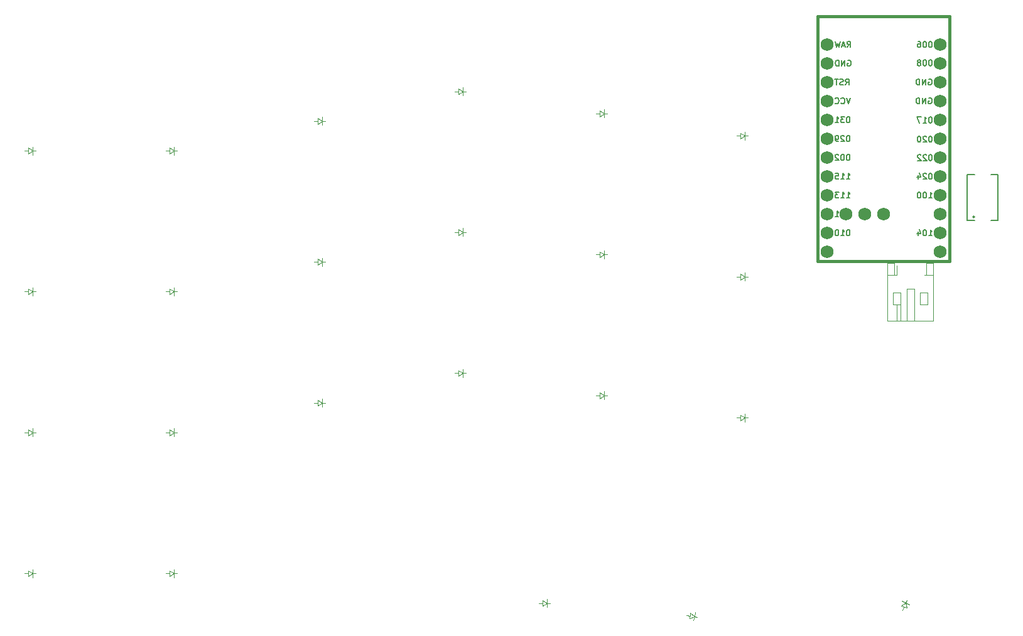
<source format=gbo>
%TF.GenerationSoftware,KiCad,Pcbnew,9.0.2*%
%TF.CreationDate,2025-06-03T16:56:12+08:00*%
%TF.ProjectId,experiment,65787065-7269-46d6-956e-742e6b696361,v1.0.0*%
%TF.SameCoordinates,Original*%
%TF.FileFunction,Legend,Bot*%
%TF.FilePolarity,Positive*%
%FSLAX46Y46*%
G04 Gerber Fmt 4.6, Leading zero omitted, Abs format (unit mm)*
G04 Created by KiCad (PCBNEW 9.0.2) date 2025-06-03 16:56:12*
%MOMM*%
%LPD*%
G01*
G04 APERTURE LIST*
%ADD10C,0.150000*%
%ADD11C,0.100000*%
%ADD12C,0.120000*%
%ADD13C,0.200000*%
%ADD14C,0.381000*%
%ADD15C,1.752600*%
G04 APERTURE END LIST*
D10*
X254473023Y-106779795D02*
X254930166Y-106779795D01*
X254701594Y-106779795D02*
X254701594Y-105979795D01*
X254701594Y-105979795D02*
X254777785Y-106094080D01*
X254777785Y-106094080D02*
X254853975Y-106170271D01*
X254853975Y-106170271D02*
X254930166Y-106208366D01*
X253977784Y-105979795D02*
X253901594Y-105979795D01*
X253901594Y-105979795D02*
X253825403Y-106017890D01*
X253825403Y-106017890D02*
X253787308Y-106055985D01*
X253787308Y-106055985D02*
X253749213Y-106132176D01*
X253749213Y-106132176D02*
X253711118Y-106284557D01*
X253711118Y-106284557D02*
X253711118Y-106475033D01*
X253711118Y-106475033D02*
X253749213Y-106627414D01*
X253749213Y-106627414D02*
X253787308Y-106703604D01*
X253787308Y-106703604D02*
X253825403Y-106741700D01*
X253825403Y-106741700D02*
X253901594Y-106779795D01*
X253901594Y-106779795D02*
X253977784Y-106779795D01*
X253977784Y-106779795D02*
X254053975Y-106741700D01*
X254053975Y-106741700D02*
X254092070Y-106703604D01*
X254092070Y-106703604D02*
X254130165Y-106627414D01*
X254130165Y-106627414D02*
X254168261Y-106475033D01*
X254168261Y-106475033D02*
X254168261Y-106284557D01*
X254168261Y-106284557D02*
X254130165Y-106132176D01*
X254130165Y-106132176D02*
X254092070Y-106055985D01*
X254092070Y-106055985D02*
X254053975Y-106017890D01*
X254053975Y-106017890D02*
X253977784Y-105979795D01*
X253215879Y-105979795D02*
X253139689Y-105979795D01*
X253139689Y-105979795D02*
X253063498Y-106017890D01*
X253063498Y-106017890D02*
X253025403Y-106055985D01*
X253025403Y-106055985D02*
X252987308Y-106132176D01*
X252987308Y-106132176D02*
X252949213Y-106284557D01*
X252949213Y-106284557D02*
X252949213Y-106475033D01*
X252949213Y-106475033D02*
X252987308Y-106627414D01*
X252987308Y-106627414D02*
X253025403Y-106703604D01*
X253025403Y-106703604D02*
X253063498Y-106741700D01*
X253063498Y-106741700D02*
X253139689Y-106779795D01*
X253139689Y-106779795D02*
X253215879Y-106779795D01*
X253215879Y-106779795D02*
X253292070Y-106741700D01*
X253292070Y-106741700D02*
X253330165Y-106703604D01*
X253330165Y-106703604D02*
X253368260Y-106627414D01*
X253368260Y-106627414D02*
X253406356Y-106475033D01*
X253406356Y-106475033D02*
X253406356Y-106284557D01*
X253406356Y-106284557D02*
X253368260Y-106132176D01*
X253368260Y-106132176D02*
X253330165Y-106055985D01*
X253330165Y-106055985D02*
X253292070Y-106017890D01*
X253292070Y-106017890D02*
X253215879Y-105979795D01*
X243665308Y-95819795D02*
X243589118Y-95819795D01*
X243589118Y-95819795D02*
X243512927Y-95857890D01*
X243512927Y-95857890D02*
X243474832Y-95895985D01*
X243474832Y-95895985D02*
X243436737Y-95972176D01*
X243436737Y-95972176D02*
X243398642Y-96124557D01*
X243398642Y-96124557D02*
X243398642Y-96315033D01*
X243398642Y-96315033D02*
X243436737Y-96467414D01*
X243436737Y-96467414D02*
X243474832Y-96543604D01*
X243474832Y-96543604D02*
X243512927Y-96581700D01*
X243512927Y-96581700D02*
X243589118Y-96619795D01*
X243589118Y-96619795D02*
X243665308Y-96619795D01*
X243665308Y-96619795D02*
X243741499Y-96581700D01*
X243741499Y-96581700D02*
X243779594Y-96543604D01*
X243779594Y-96543604D02*
X243817689Y-96467414D01*
X243817689Y-96467414D02*
X243855785Y-96315033D01*
X243855785Y-96315033D02*
X243855785Y-96124557D01*
X243855785Y-96124557D02*
X243817689Y-95972176D01*
X243817689Y-95972176D02*
X243779594Y-95895985D01*
X243779594Y-95895985D02*
X243741499Y-95857890D01*
X243741499Y-95857890D02*
X243665308Y-95819795D01*
X243131975Y-95819795D02*
X242636737Y-95819795D01*
X242636737Y-95819795D02*
X242903403Y-96124557D01*
X242903403Y-96124557D02*
X242789118Y-96124557D01*
X242789118Y-96124557D02*
X242712927Y-96162652D01*
X242712927Y-96162652D02*
X242674832Y-96200747D01*
X242674832Y-96200747D02*
X242636737Y-96276938D01*
X242636737Y-96276938D02*
X242636737Y-96467414D01*
X242636737Y-96467414D02*
X242674832Y-96543604D01*
X242674832Y-96543604D02*
X242712927Y-96581700D01*
X242712927Y-96581700D02*
X242789118Y-96619795D01*
X242789118Y-96619795D02*
X243017689Y-96619795D01*
X243017689Y-96619795D02*
X243093880Y-96581700D01*
X243093880Y-96581700D02*
X243131975Y-96543604D01*
X241874832Y-96619795D02*
X242331975Y-96619795D01*
X242103403Y-96619795D02*
X242103403Y-95819795D01*
X242103403Y-95819795D02*
X242179594Y-95934080D01*
X242179594Y-95934080D02*
X242255784Y-96010271D01*
X242255784Y-96010271D02*
X242331975Y-96048366D01*
X254739689Y-100929795D02*
X254663499Y-100929795D01*
X254663499Y-100929795D02*
X254587308Y-100967890D01*
X254587308Y-100967890D02*
X254549213Y-101005985D01*
X254549213Y-101005985D02*
X254511118Y-101082176D01*
X254511118Y-101082176D02*
X254473023Y-101234557D01*
X254473023Y-101234557D02*
X254473023Y-101425033D01*
X254473023Y-101425033D02*
X254511118Y-101577414D01*
X254511118Y-101577414D02*
X254549213Y-101653604D01*
X254549213Y-101653604D02*
X254587308Y-101691700D01*
X254587308Y-101691700D02*
X254663499Y-101729795D01*
X254663499Y-101729795D02*
X254739689Y-101729795D01*
X254739689Y-101729795D02*
X254815880Y-101691700D01*
X254815880Y-101691700D02*
X254853975Y-101653604D01*
X254853975Y-101653604D02*
X254892070Y-101577414D01*
X254892070Y-101577414D02*
X254930166Y-101425033D01*
X254930166Y-101425033D02*
X254930166Y-101234557D01*
X254930166Y-101234557D02*
X254892070Y-101082176D01*
X254892070Y-101082176D02*
X254853975Y-101005985D01*
X254853975Y-101005985D02*
X254815880Y-100967890D01*
X254815880Y-100967890D02*
X254739689Y-100929795D01*
X254168261Y-101005985D02*
X254130165Y-100967890D01*
X254130165Y-100967890D02*
X254053975Y-100929795D01*
X254053975Y-100929795D02*
X253863499Y-100929795D01*
X253863499Y-100929795D02*
X253787308Y-100967890D01*
X253787308Y-100967890D02*
X253749213Y-101005985D01*
X253749213Y-101005985D02*
X253711118Y-101082176D01*
X253711118Y-101082176D02*
X253711118Y-101158366D01*
X253711118Y-101158366D02*
X253749213Y-101272652D01*
X253749213Y-101272652D02*
X254206356Y-101729795D01*
X254206356Y-101729795D02*
X253711118Y-101729795D01*
X253406356Y-101005985D02*
X253368260Y-100967890D01*
X253368260Y-100967890D02*
X253292070Y-100929795D01*
X253292070Y-100929795D02*
X253101594Y-100929795D01*
X253101594Y-100929795D02*
X253025403Y-100967890D01*
X253025403Y-100967890D02*
X252987308Y-101005985D01*
X252987308Y-101005985D02*
X252949213Y-101082176D01*
X252949213Y-101082176D02*
X252949213Y-101158366D01*
X252949213Y-101158366D02*
X252987308Y-101272652D01*
X252987308Y-101272652D02*
X253444451Y-101729795D01*
X253444451Y-101729795D02*
X252949213Y-101729795D01*
X243665308Y-98359795D02*
X243589118Y-98359795D01*
X243589118Y-98359795D02*
X243512927Y-98397890D01*
X243512927Y-98397890D02*
X243474832Y-98435985D01*
X243474832Y-98435985D02*
X243436737Y-98512176D01*
X243436737Y-98512176D02*
X243398642Y-98664557D01*
X243398642Y-98664557D02*
X243398642Y-98855033D01*
X243398642Y-98855033D02*
X243436737Y-99007414D01*
X243436737Y-99007414D02*
X243474832Y-99083604D01*
X243474832Y-99083604D02*
X243512927Y-99121700D01*
X243512927Y-99121700D02*
X243589118Y-99159795D01*
X243589118Y-99159795D02*
X243665308Y-99159795D01*
X243665308Y-99159795D02*
X243741499Y-99121700D01*
X243741499Y-99121700D02*
X243779594Y-99083604D01*
X243779594Y-99083604D02*
X243817689Y-99007414D01*
X243817689Y-99007414D02*
X243855785Y-98855033D01*
X243855785Y-98855033D02*
X243855785Y-98664557D01*
X243855785Y-98664557D02*
X243817689Y-98512176D01*
X243817689Y-98512176D02*
X243779594Y-98435985D01*
X243779594Y-98435985D02*
X243741499Y-98397890D01*
X243741499Y-98397890D02*
X243665308Y-98359795D01*
X243093880Y-98435985D02*
X243055784Y-98397890D01*
X243055784Y-98397890D02*
X242979594Y-98359795D01*
X242979594Y-98359795D02*
X242789118Y-98359795D01*
X242789118Y-98359795D02*
X242712927Y-98397890D01*
X242712927Y-98397890D02*
X242674832Y-98435985D01*
X242674832Y-98435985D02*
X242636737Y-98512176D01*
X242636737Y-98512176D02*
X242636737Y-98588366D01*
X242636737Y-98588366D02*
X242674832Y-98702652D01*
X242674832Y-98702652D02*
X243131975Y-99159795D01*
X243131975Y-99159795D02*
X242636737Y-99159795D01*
X242255784Y-99159795D02*
X242103403Y-99159795D01*
X242103403Y-99159795D02*
X242027213Y-99121700D01*
X242027213Y-99121700D02*
X241989117Y-99083604D01*
X241989117Y-99083604D02*
X241912927Y-98969319D01*
X241912927Y-98969319D02*
X241874832Y-98816938D01*
X241874832Y-98816938D02*
X241874832Y-98512176D01*
X241874832Y-98512176D02*
X241912927Y-98435985D01*
X241912927Y-98435985D02*
X241951022Y-98397890D01*
X241951022Y-98397890D02*
X242027213Y-98359795D01*
X242027213Y-98359795D02*
X242179594Y-98359795D01*
X242179594Y-98359795D02*
X242255784Y-98397890D01*
X242255784Y-98397890D02*
X242293879Y-98435985D01*
X242293879Y-98435985D02*
X242331975Y-98512176D01*
X242331975Y-98512176D02*
X242331975Y-98702652D01*
X242331975Y-98702652D02*
X242293879Y-98778842D01*
X242293879Y-98778842D02*
X242255784Y-98816938D01*
X242255784Y-98816938D02*
X242179594Y-98855033D01*
X242179594Y-98855033D02*
X242027213Y-98855033D01*
X242027213Y-98855033D02*
X241951022Y-98816938D01*
X241951022Y-98816938D02*
X241912927Y-98778842D01*
X241912927Y-98778842D02*
X241874832Y-98702652D01*
X243398642Y-104239795D02*
X243855785Y-104239795D01*
X243627213Y-104239795D02*
X243627213Y-103439795D01*
X243627213Y-103439795D02*
X243703404Y-103554080D01*
X243703404Y-103554080D02*
X243779594Y-103630271D01*
X243779594Y-103630271D02*
X243855785Y-103668366D01*
X242636737Y-104239795D02*
X243093880Y-104239795D01*
X242865308Y-104239795D02*
X242865308Y-103439795D01*
X242865308Y-103439795D02*
X242941499Y-103554080D01*
X242941499Y-103554080D02*
X243017689Y-103630271D01*
X243017689Y-103630271D02*
X243093880Y-103668366D01*
X241912927Y-103439795D02*
X242293879Y-103439795D01*
X242293879Y-103439795D02*
X242331975Y-103820747D01*
X242331975Y-103820747D02*
X242293879Y-103782652D01*
X242293879Y-103782652D02*
X242217689Y-103744557D01*
X242217689Y-103744557D02*
X242027213Y-103744557D01*
X242027213Y-103744557D02*
X241951022Y-103782652D01*
X241951022Y-103782652D02*
X241912927Y-103820747D01*
X241912927Y-103820747D02*
X241874832Y-103896938D01*
X241874832Y-103896938D02*
X241874832Y-104087414D01*
X241874832Y-104087414D02*
X241912927Y-104163604D01*
X241912927Y-104163604D02*
X241951022Y-104201700D01*
X241951022Y-104201700D02*
X242027213Y-104239795D01*
X242027213Y-104239795D02*
X242217689Y-104239795D01*
X242217689Y-104239795D02*
X242293879Y-104201700D01*
X242293879Y-104201700D02*
X242331975Y-104163604D01*
X254739689Y-95829795D02*
X254663499Y-95829795D01*
X254663499Y-95829795D02*
X254587308Y-95867890D01*
X254587308Y-95867890D02*
X254549213Y-95905985D01*
X254549213Y-95905985D02*
X254511118Y-95982176D01*
X254511118Y-95982176D02*
X254473023Y-96134557D01*
X254473023Y-96134557D02*
X254473023Y-96325033D01*
X254473023Y-96325033D02*
X254511118Y-96477414D01*
X254511118Y-96477414D02*
X254549213Y-96553604D01*
X254549213Y-96553604D02*
X254587308Y-96591700D01*
X254587308Y-96591700D02*
X254663499Y-96629795D01*
X254663499Y-96629795D02*
X254739689Y-96629795D01*
X254739689Y-96629795D02*
X254815880Y-96591700D01*
X254815880Y-96591700D02*
X254853975Y-96553604D01*
X254853975Y-96553604D02*
X254892070Y-96477414D01*
X254892070Y-96477414D02*
X254930166Y-96325033D01*
X254930166Y-96325033D02*
X254930166Y-96134557D01*
X254930166Y-96134557D02*
X254892070Y-95982176D01*
X254892070Y-95982176D02*
X254853975Y-95905985D01*
X254853975Y-95905985D02*
X254815880Y-95867890D01*
X254815880Y-95867890D02*
X254739689Y-95829795D01*
X253711118Y-96629795D02*
X254168261Y-96629795D01*
X253939689Y-96629795D02*
X253939689Y-95829795D01*
X253939689Y-95829795D02*
X254015880Y-95944080D01*
X254015880Y-95944080D02*
X254092070Y-96020271D01*
X254092070Y-96020271D02*
X254168261Y-96058366D01*
X253444451Y-95829795D02*
X252911117Y-95829795D01*
X252911117Y-95829795D02*
X253253975Y-96629795D01*
X254473023Y-90777890D02*
X254549213Y-90739795D01*
X254549213Y-90739795D02*
X254663499Y-90739795D01*
X254663499Y-90739795D02*
X254777785Y-90777890D01*
X254777785Y-90777890D02*
X254853975Y-90854080D01*
X254853975Y-90854080D02*
X254892070Y-90930271D01*
X254892070Y-90930271D02*
X254930166Y-91082652D01*
X254930166Y-91082652D02*
X254930166Y-91196938D01*
X254930166Y-91196938D02*
X254892070Y-91349319D01*
X254892070Y-91349319D02*
X254853975Y-91425509D01*
X254853975Y-91425509D02*
X254777785Y-91501700D01*
X254777785Y-91501700D02*
X254663499Y-91539795D01*
X254663499Y-91539795D02*
X254587308Y-91539795D01*
X254587308Y-91539795D02*
X254473023Y-91501700D01*
X254473023Y-91501700D02*
X254434927Y-91463604D01*
X254434927Y-91463604D02*
X254434927Y-91196938D01*
X254434927Y-91196938D02*
X254587308Y-91196938D01*
X254092070Y-91539795D02*
X254092070Y-90739795D01*
X254092070Y-90739795D02*
X253634927Y-91539795D01*
X253634927Y-91539795D02*
X253634927Y-90739795D01*
X253253975Y-91539795D02*
X253253975Y-90739795D01*
X253253975Y-90739795D02*
X253063499Y-90739795D01*
X253063499Y-90739795D02*
X252949213Y-90777890D01*
X252949213Y-90777890D02*
X252873023Y-90854080D01*
X252873023Y-90854080D02*
X252834928Y-90930271D01*
X252834928Y-90930271D02*
X252796832Y-91082652D01*
X252796832Y-91082652D02*
X252796832Y-91196938D01*
X252796832Y-91196938D02*
X252834928Y-91349319D01*
X252834928Y-91349319D02*
X252873023Y-91425509D01*
X252873023Y-91425509D02*
X252949213Y-91501700D01*
X252949213Y-91501700D02*
X253063499Y-91539795D01*
X253063499Y-91539795D02*
X253253975Y-91539795D01*
X243557356Y-88237890D02*
X243633546Y-88199795D01*
X243633546Y-88199795D02*
X243747832Y-88199795D01*
X243747832Y-88199795D02*
X243862118Y-88237890D01*
X243862118Y-88237890D02*
X243938308Y-88314080D01*
X243938308Y-88314080D02*
X243976403Y-88390271D01*
X243976403Y-88390271D02*
X244014499Y-88542652D01*
X244014499Y-88542652D02*
X244014499Y-88656938D01*
X244014499Y-88656938D02*
X243976403Y-88809319D01*
X243976403Y-88809319D02*
X243938308Y-88885509D01*
X243938308Y-88885509D02*
X243862118Y-88961700D01*
X243862118Y-88961700D02*
X243747832Y-88999795D01*
X243747832Y-88999795D02*
X243671641Y-88999795D01*
X243671641Y-88999795D02*
X243557356Y-88961700D01*
X243557356Y-88961700D02*
X243519260Y-88923604D01*
X243519260Y-88923604D02*
X243519260Y-88656938D01*
X243519260Y-88656938D02*
X243671641Y-88656938D01*
X243176403Y-88999795D02*
X243176403Y-88199795D01*
X243176403Y-88199795D02*
X242719260Y-88999795D01*
X242719260Y-88999795D02*
X242719260Y-88199795D01*
X242338308Y-88999795D02*
X242338308Y-88199795D01*
X242338308Y-88199795D02*
X242147832Y-88199795D01*
X242147832Y-88199795D02*
X242033546Y-88237890D01*
X242033546Y-88237890D02*
X241957356Y-88314080D01*
X241957356Y-88314080D02*
X241919261Y-88390271D01*
X241919261Y-88390271D02*
X241881165Y-88542652D01*
X241881165Y-88542652D02*
X241881165Y-88656938D01*
X241881165Y-88656938D02*
X241919261Y-88809319D01*
X241919261Y-88809319D02*
X241957356Y-88885509D01*
X241957356Y-88885509D02*
X242033546Y-88961700D01*
X242033546Y-88961700D02*
X242147832Y-88999795D01*
X242147832Y-88999795D02*
X242338308Y-88999795D01*
X254739689Y-103439795D02*
X254663499Y-103439795D01*
X254663499Y-103439795D02*
X254587308Y-103477890D01*
X254587308Y-103477890D02*
X254549213Y-103515985D01*
X254549213Y-103515985D02*
X254511118Y-103592176D01*
X254511118Y-103592176D02*
X254473023Y-103744557D01*
X254473023Y-103744557D02*
X254473023Y-103935033D01*
X254473023Y-103935033D02*
X254511118Y-104087414D01*
X254511118Y-104087414D02*
X254549213Y-104163604D01*
X254549213Y-104163604D02*
X254587308Y-104201700D01*
X254587308Y-104201700D02*
X254663499Y-104239795D01*
X254663499Y-104239795D02*
X254739689Y-104239795D01*
X254739689Y-104239795D02*
X254815880Y-104201700D01*
X254815880Y-104201700D02*
X254853975Y-104163604D01*
X254853975Y-104163604D02*
X254892070Y-104087414D01*
X254892070Y-104087414D02*
X254930166Y-103935033D01*
X254930166Y-103935033D02*
X254930166Y-103744557D01*
X254930166Y-103744557D02*
X254892070Y-103592176D01*
X254892070Y-103592176D02*
X254853975Y-103515985D01*
X254853975Y-103515985D02*
X254815880Y-103477890D01*
X254815880Y-103477890D02*
X254739689Y-103439795D01*
X254168261Y-103515985D02*
X254130165Y-103477890D01*
X254130165Y-103477890D02*
X254053975Y-103439795D01*
X254053975Y-103439795D02*
X253863499Y-103439795D01*
X253863499Y-103439795D02*
X253787308Y-103477890D01*
X253787308Y-103477890D02*
X253749213Y-103515985D01*
X253749213Y-103515985D02*
X253711118Y-103592176D01*
X253711118Y-103592176D02*
X253711118Y-103668366D01*
X253711118Y-103668366D02*
X253749213Y-103782652D01*
X253749213Y-103782652D02*
X254206356Y-104239795D01*
X254206356Y-104239795D02*
X253711118Y-104239795D01*
X253025403Y-103706461D02*
X253025403Y-104239795D01*
X253215879Y-103401700D02*
X253406356Y-103973128D01*
X253406356Y-103973128D02*
X252911117Y-103973128D01*
X254739689Y-88129795D02*
X254663499Y-88129795D01*
X254663499Y-88129795D02*
X254587308Y-88167890D01*
X254587308Y-88167890D02*
X254549213Y-88205985D01*
X254549213Y-88205985D02*
X254511118Y-88282176D01*
X254511118Y-88282176D02*
X254473023Y-88434557D01*
X254473023Y-88434557D02*
X254473023Y-88625033D01*
X254473023Y-88625033D02*
X254511118Y-88777414D01*
X254511118Y-88777414D02*
X254549213Y-88853604D01*
X254549213Y-88853604D02*
X254587308Y-88891700D01*
X254587308Y-88891700D02*
X254663499Y-88929795D01*
X254663499Y-88929795D02*
X254739689Y-88929795D01*
X254739689Y-88929795D02*
X254815880Y-88891700D01*
X254815880Y-88891700D02*
X254853975Y-88853604D01*
X254853975Y-88853604D02*
X254892070Y-88777414D01*
X254892070Y-88777414D02*
X254930166Y-88625033D01*
X254930166Y-88625033D02*
X254930166Y-88434557D01*
X254930166Y-88434557D02*
X254892070Y-88282176D01*
X254892070Y-88282176D02*
X254853975Y-88205985D01*
X254853975Y-88205985D02*
X254815880Y-88167890D01*
X254815880Y-88167890D02*
X254739689Y-88129795D01*
X253977784Y-88129795D02*
X253901594Y-88129795D01*
X253901594Y-88129795D02*
X253825403Y-88167890D01*
X253825403Y-88167890D02*
X253787308Y-88205985D01*
X253787308Y-88205985D02*
X253749213Y-88282176D01*
X253749213Y-88282176D02*
X253711118Y-88434557D01*
X253711118Y-88434557D02*
X253711118Y-88625033D01*
X253711118Y-88625033D02*
X253749213Y-88777414D01*
X253749213Y-88777414D02*
X253787308Y-88853604D01*
X253787308Y-88853604D02*
X253825403Y-88891700D01*
X253825403Y-88891700D02*
X253901594Y-88929795D01*
X253901594Y-88929795D02*
X253977784Y-88929795D01*
X253977784Y-88929795D02*
X254053975Y-88891700D01*
X254053975Y-88891700D02*
X254092070Y-88853604D01*
X254092070Y-88853604D02*
X254130165Y-88777414D01*
X254130165Y-88777414D02*
X254168261Y-88625033D01*
X254168261Y-88625033D02*
X254168261Y-88434557D01*
X254168261Y-88434557D02*
X254130165Y-88282176D01*
X254130165Y-88282176D02*
X254092070Y-88205985D01*
X254092070Y-88205985D02*
X254053975Y-88167890D01*
X254053975Y-88167890D02*
X253977784Y-88129795D01*
X253253975Y-88472652D02*
X253330165Y-88434557D01*
X253330165Y-88434557D02*
X253368260Y-88396461D01*
X253368260Y-88396461D02*
X253406356Y-88320271D01*
X253406356Y-88320271D02*
X253406356Y-88282176D01*
X253406356Y-88282176D02*
X253368260Y-88205985D01*
X253368260Y-88205985D02*
X253330165Y-88167890D01*
X253330165Y-88167890D02*
X253253975Y-88129795D01*
X253253975Y-88129795D02*
X253101594Y-88129795D01*
X253101594Y-88129795D02*
X253025403Y-88167890D01*
X253025403Y-88167890D02*
X252987308Y-88205985D01*
X252987308Y-88205985D02*
X252949213Y-88282176D01*
X252949213Y-88282176D02*
X252949213Y-88320271D01*
X252949213Y-88320271D02*
X252987308Y-88396461D01*
X252987308Y-88396461D02*
X253025403Y-88434557D01*
X253025403Y-88434557D02*
X253101594Y-88472652D01*
X253101594Y-88472652D02*
X253253975Y-88472652D01*
X253253975Y-88472652D02*
X253330165Y-88510747D01*
X253330165Y-88510747D02*
X253368260Y-88548842D01*
X253368260Y-88548842D02*
X253406356Y-88625033D01*
X253406356Y-88625033D02*
X253406356Y-88777414D01*
X253406356Y-88777414D02*
X253368260Y-88853604D01*
X253368260Y-88853604D02*
X253330165Y-88891700D01*
X253330165Y-88891700D02*
X253253975Y-88929795D01*
X253253975Y-88929795D02*
X253101594Y-88929795D01*
X253101594Y-88929795D02*
X253025403Y-88891700D01*
X253025403Y-88891700D02*
X252987308Y-88853604D01*
X252987308Y-88853604D02*
X252949213Y-88777414D01*
X252949213Y-88777414D02*
X252949213Y-88625033D01*
X252949213Y-88625033D02*
X252987308Y-88548842D01*
X252987308Y-88548842D02*
X253025403Y-88510747D01*
X253025403Y-88510747D02*
X253101594Y-88472652D01*
X243481165Y-86459795D02*
X243747832Y-86078842D01*
X243938308Y-86459795D02*
X243938308Y-85659795D01*
X243938308Y-85659795D02*
X243633546Y-85659795D01*
X243633546Y-85659795D02*
X243557356Y-85697890D01*
X243557356Y-85697890D02*
X243519261Y-85735985D01*
X243519261Y-85735985D02*
X243481165Y-85812176D01*
X243481165Y-85812176D02*
X243481165Y-85926461D01*
X243481165Y-85926461D02*
X243519261Y-86002652D01*
X243519261Y-86002652D02*
X243557356Y-86040747D01*
X243557356Y-86040747D02*
X243633546Y-86078842D01*
X243633546Y-86078842D02*
X243938308Y-86078842D01*
X243176404Y-86231223D02*
X242795451Y-86231223D01*
X243252594Y-86459795D02*
X242985927Y-85659795D01*
X242985927Y-85659795D02*
X242719261Y-86459795D01*
X242528785Y-85659795D02*
X242338309Y-86459795D01*
X242338309Y-86459795D02*
X242185928Y-85888366D01*
X242185928Y-85888366D02*
X242033547Y-86459795D01*
X242033547Y-86459795D02*
X241843071Y-85659795D01*
X243252594Y-91539795D02*
X243519261Y-91158842D01*
X243709737Y-91539795D02*
X243709737Y-90739795D01*
X243709737Y-90739795D02*
X243404975Y-90739795D01*
X243404975Y-90739795D02*
X243328785Y-90777890D01*
X243328785Y-90777890D02*
X243290690Y-90815985D01*
X243290690Y-90815985D02*
X243252594Y-90892176D01*
X243252594Y-90892176D02*
X243252594Y-91006461D01*
X243252594Y-91006461D02*
X243290690Y-91082652D01*
X243290690Y-91082652D02*
X243328785Y-91120747D01*
X243328785Y-91120747D02*
X243404975Y-91158842D01*
X243404975Y-91158842D02*
X243709737Y-91158842D01*
X242947833Y-91501700D02*
X242833547Y-91539795D01*
X242833547Y-91539795D02*
X242643071Y-91539795D01*
X242643071Y-91539795D02*
X242566880Y-91501700D01*
X242566880Y-91501700D02*
X242528785Y-91463604D01*
X242528785Y-91463604D02*
X242490690Y-91387414D01*
X242490690Y-91387414D02*
X242490690Y-91311223D01*
X242490690Y-91311223D02*
X242528785Y-91235033D01*
X242528785Y-91235033D02*
X242566880Y-91196938D01*
X242566880Y-91196938D02*
X242643071Y-91158842D01*
X242643071Y-91158842D02*
X242795452Y-91120747D01*
X242795452Y-91120747D02*
X242871642Y-91082652D01*
X242871642Y-91082652D02*
X242909737Y-91044557D01*
X242909737Y-91044557D02*
X242947833Y-90968366D01*
X242947833Y-90968366D02*
X242947833Y-90892176D01*
X242947833Y-90892176D02*
X242909737Y-90815985D01*
X242909737Y-90815985D02*
X242871642Y-90777890D01*
X242871642Y-90777890D02*
X242795452Y-90739795D01*
X242795452Y-90739795D02*
X242604975Y-90739795D01*
X242604975Y-90739795D02*
X242490690Y-90777890D01*
X242262118Y-90739795D02*
X241804975Y-90739795D01*
X242033547Y-91539795D02*
X242033547Y-90739795D01*
X254739689Y-85659795D02*
X254663499Y-85659795D01*
X254663499Y-85659795D02*
X254587308Y-85697890D01*
X254587308Y-85697890D02*
X254549213Y-85735985D01*
X254549213Y-85735985D02*
X254511118Y-85812176D01*
X254511118Y-85812176D02*
X254473023Y-85964557D01*
X254473023Y-85964557D02*
X254473023Y-86155033D01*
X254473023Y-86155033D02*
X254511118Y-86307414D01*
X254511118Y-86307414D02*
X254549213Y-86383604D01*
X254549213Y-86383604D02*
X254587308Y-86421700D01*
X254587308Y-86421700D02*
X254663499Y-86459795D01*
X254663499Y-86459795D02*
X254739689Y-86459795D01*
X254739689Y-86459795D02*
X254815880Y-86421700D01*
X254815880Y-86421700D02*
X254853975Y-86383604D01*
X254853975Y-86383604D02*
X254892070Y-86307414D01*
X254892070Y-86307414D02*
X254930166Y-86155033D01*
X254930166Y-86155033D02*
X254930166Y-85964557D01*
X254930166Y-85964557D02*
X254892070Y-85812176D01*
X254892070Y-85812176D02*
X254853975Y-85735985D01*
X254853975Y-85735985D02*
X254815880Y-85697890D01*
X254815880Y-85697890D02*
X254739689Y-85659795D01*
X253977784Y-85659795D02*
X253901594Y-85659795D01*
X253901594Y-85659795D02*
X253825403Y-85697890D01*
X253825403Y-85697890D02*
X253787308Y-85735985D01*
X253787308Y-85735985D02*
X253749213Y-85812176D01*
X253749213Y-85812176D02*
X253711118Y-85964557D01*
X253711118Y-85964557D02*
X253711118Y-86155033D01*
X253711118Y-86155033D02*
X253749213Y-86307414D01*
X253749213Y-86307414D02*
X253787308Y-86383604D01*
X253787308Y-86383604D02*
X253825403Y-86421700D01*
X253825403Y-86421700D02*
X253901594Y-86459795D01*
X253901594Y-86459795D02*
X253977784Y-86459795D01*
X253977784Y-86459795D02*
X254053975Y-86421700D01*
X254053975Y-86421700D02*
X254092070Y-86383604D01*
X254092070Y-86383604D02*
X254130165Y-86307414D01*
X254130165Y-86307414D02*
X254168261Y-86155033D01*
X254168261Y-86155033D02*
X254168261Y-85964557D01*
X254168261Y-85964557D02*
X254130165Y-85812176D01*
X254130165Y-85812176D02*
X254092070Y-85735985D01*
X254092070Y-85735985D02*
X254053975Y-85697890D01*
X254053975Y-85697890D02*
X253977784Y-85659795D01*
X253025403Y-85659795D02*
X253177784Y-85659795D01*
X253177784Y-85659795D02*
X253253975Y-85697890D01*
X253253975Y-85697890D02*
X253292070Y-85735985D01*
X253292070Y-85735985D02*
X253368260Y-85850271D01*
X253368260Y-85850271D02*
X253406356Y-86002652D01*
X253406356Y-86002652D02*
X253406356Y-86307414D01*
X253406356Y-86307414D02*
X253368260Y-86383604D01*
X253368260Y-86383604D02*
X253330165Y-86421700D01*
X253330165Y-86421700D02*
X253253975Y-86459795D01*
X253253975Y-86459795D02*
X253101594Y-86459795D01*
X253101594Y-86459795D02*
X253025403Y-86421700D01*
X253025403Y-86421700D02*
X252987308Y-86383604D01*
X252987308Y-86383604D02*
X252949213Y-86307414D01*
X252949213Y-86307414D02*
X252949213Y-86116938D01*
X252949213Y-86116938D02*
X252987308Y-86040747D01*
X252987308Y-86040747D02*
X253025403Y-86002652D01*
X253025403Y-86002652D02*
X253101594Y-85964557D01*
X253101594Y-85964557D02*
X253253975Y-85964557D01*
X253253975Y-85964557D02*
X253330165Y-86002652D01*
X253330165Y-86002652D02*
X253368260Y-86040747D01*
X253368260Y-86040747D02*
X253406356Y-86116938D01*
X243398642Y-109319795D02*
X243855785Y-109319795D01*
X243627213Y-109319795D02*
X243627213Y-108519795D01*
X243627213Y-108519795D02*
X243703404Y-108634080D01*
X243703404Y-108634080D02*
X243779594Y-108710271D01*
X243779594Y-108710271D02*
X243855785Y-108748366D01*
X242636737Y-109319795D02*
X243093880Y-109319795D01*
X242865308Y-109319795D02*
X242865308Y-108519795D01*
X242865308Y-108519795D02*
X242941499Y-108634080D01*
X242941499Y-108634080D02*
X243017689Y-108710271D01*
X243017689Y-108710271D02*
X243093880Y-108748366D01*
X241874832Y-109319795D02*
X242331975Y-109319795D01*
X242103403Y-109319795D02*
X242103403Y-108519795D01*
X242103403Y-108519795D02*
X242179594Y-108634080D01*
X242179594Y-108634080D02*
X242255784Y-108710271D01*
X242255784Y-108710271D02*
X242331975Y-108748366D01*
X243931975Y-93279795D02*
X243665308Y-94079795D01*
X243665308Y-94079795D02*
X243398642Y-93279795D01*
X242674832Y-94003604D02*
X242712928Y-94041700D01*
X242712928Y-94041700D02*
X242827213Y-94079795D01*
X242827213Y-94079795D02*
X242903404Y-94079795D01*
X242903404Y-94079795D02*
X243017690Y-94041700D01*
X243017690Y-94041700D02*
X243093880Y-93965509D01*
X243093880Y-93965509D02*
X243131975Y-93889319D01*
X243131975Y-93889319D02*
X243170071Y-93736938D01*
X243170071Y-93736938D02*
X243170071Y-93622652D01*
X243170071Y-93622652D02*
X243131975Y-93470271D01*
X243131975Y-93470271D02*
X243093880Y-93394080D01*
X243093880Y-93394080D02*
X243017690Y-93317890D01*
X243017690Y-93317890D02*
X242903404Y-93279795D01*
X242903404Y-93279795D02*
X242827213Y-93279795D01*
X242827213Y-93279795D02*
X242712928Y-93317890D01*
X242712928Y-93317890D02*
X242674832Y-93355985D01*
X241874832Y-94003604D02*
X241912928Y-94041700D01*
X241912928Y-94041700D02*
X242027213Y-94079795D01*
X242027213Y-94079795D02*
X242103404Y-94079795D01*
X242103404Y-94079795D02*
X242217690Y-94041700D01*
X242217690Y-94041700D02*
X242293880Y-93965509D01*
X242293880Y-93965509D02*
X242331975Y-93889319D01*
X242331975Y-93889319D02*
X242370071Y-93736938D01*
X242370071Y-93736938D02*
X242370071Y-93622652D01*
X242370071Y-93622652D02*
X242331975Y-93470271D01*
X242331975Y-93470271D02*
X242293880Y-93394080D01*
X242293880Y-93394080D02*
X242217690Y-93317890D01*
X242217690Y-93317890D02*
X242103404Y-93279795D01*
X242103404Y-93279795D02*
X242027213Y-93279795D01*
X242027213Y-93279795D02*
X241912928Y-93317890D01*
X241912928Y-93317890D02*
X241874832Y-93355985D01*
X243665308Y-100899795D02*
X243589118Y-100899795D01*
X243589118Y-100899795D02*
X243512927Y-100937890D01*
X243512927Y-100937890D02*
X243474832Y-100975985D01*
X243474832Y-100975985D02*
X243436737Y-101052176D01*
X243436737Y-101052176D02*
X243398642Y-101204557D01*
X243398642Y-101204557D02*
X243398642Y-101395033D01*
X243398642Y-101395033D02*
X243436737Y-101547414D01*
X243436737Y-101547414D02*
X243474832Y-101623604D01*
X243474832Y-101623604D02*
X243512927Y-101661700D01*
X243512927Y-101661700D02*
X243589118Y-101699795D01*
X243589118Y-101699795D02*
X243665308Y-101699795D01*
X243665308Y-101699795D02*
X243741499Y-101661700D01*
X243741499Y-101661700D02*
X243779594Y-101623604D01*
X243779594Y-101623604D02*
X243817689Y-101547414D01*
X243817689Y-101547414D02*
X243855785Y-101395033D01*
X243855785Y-101395033D02*
X243855785Y-101204557D01*
X243855785Y-101204557D02*
X243817689Y-101052176D01*
X243817689Y-101052176D02*
X243779594Y-100975985D01*
X243779594Y-100975985D02*
X243741499Y-100937890D01*
X243741499Y-100937890D02*
X243665308Y-100899795D01*
X242903403Y-100899795D02*
X242827213Y-100899795D01*
X242827213Y-100899795D02*
X242751022Y-100937890D01*
X242751022Y-100937890D02*
X242712927Y-100975985D01*
X242712927Y-100975985D02*
X242674832Y-101052176D01*
X242674832Y-101052176D02*
X242636737Y-101204557D01*
X242636737Y-101204557D02*
X242636737Y-101395033D01*
X242636737Y-101395033D02*
X242674832Y-101547414D01*
X242674832Y-101547414D02*
X242712927Y-101623604D01*
X242712927Y-101623604D02*
X242751022Y-101661700D01*
X242751022Y-101661700D02*
X242827213Y-101699795D01*
X242827213Y-101699795D02*
X242903403Y-101699795D01*
X242903403Y-101699795D02*
X242979594Y-101661700D01*
X242979594Y-101661700D02*
X243017689Y-101623604D01*
X243017689Y-101623604D02*
X243055784Y-101547414D01*
X243055784Y-101547414D02*
X243093880Y-101395033D01*
X243093880Y-101395033D02*
X243093880Y-101204557D01*
X243093880Y-101204557D02*
X243055784Y-101052176D01*
X243055784Y-101052176D02*
X243017689Y-100975985D01*
X243017689Y-100975985D02*
X242979594Y-100937890D01*
X242979594Y-100937890D02*
X242903403Y-100899795D01*
X242331975Y-100975985D02*
X242293879Y-100937890D01*
X242293879Y-100937890D02*
X242217689Y-100899795D01*
X242217689Y-100899795D02*
X242027213Y-100899795D01*
X242027213Y-100899795D02*
X241951022Y-100937890D01*
X241951022Y-100937890D02*
X241912927Y-100975985D01*
X241912927Y-100975985D02*
X241874832Y-101052176D01*
X241874832Y-101052176D02*
X241874832Y-101128366D01*
X241874832Y-101128366D02*
X241912927Y-101242652D01*
X241912927Y-101242652D02*
X242370070Y-101699795D01*
X242370070Y-101699795D02*
X241874832Y-101699795D01*
X243398642Y-106779795D02*
X243855785Y-106779795D01*
X243627213Y-106779795D02*
X243627213Y-105979795D01*
X243627213Y-105979795D02*
X243703404Y-106094080D01*
X243703404Y-106094080D02*
X243779594Y-106170271D01*
X243779594Y-106170271D02*
X243855785Y-106208366D01*
X242636737Y-106779795D02*
X243093880Y-106779795D01*
X242865308Y-106779795D02*
X242865308Y-105979795D01*
X242865308Y-105979795D02*
X242941499Y-106094080D01*
X242941499Y-106094080D02*
X243017689Y-106170271D01*
X243017689Y-106170271D02*
X243093880Y-106208366D01*
X242370070Y-105979795D02*
X241874832Y-105979795D01*
X241874832Y-105979795D02*
X242141498Y-106284557D01*
X242141498Y-106284557D02*
X242027213Y-106284557D01*
X242027213Y-106284557D02*
X241951022Y-106322652D01*
X241951022Y-106322652D02*
X241912927Y-106360747D01*
X241912927Y-106360747D02*
X241874832Y-106436938D01*
X241874832Y-106436938D02*
X241874832Y-106627414D01*
X241874832Y-106627414D02*
X241912927Y-106703604D01*
X241912927Y-106703604D02*
X241951022Y-106741700D01*
X241951022Y-106741700D02*
X242027213Y-106779795D01*
X242027213Y-106779795D02*
X242255784Y-106779795D01*
X242255784Y-106779795D02*
X242331975Y-106741700D01*
X242331975Y-106741700D02*
X242370070Y-106703604D01*
X254473023Y-93317890D02*
X254549213Y-93279795D01*
X254549213Y-93279795D02*
X254663499Y-93279795D01*
X254663499Y-93279795D02*
X254777785Y-93317890D01*
X254777785Y-93317890D02*
X254853975Y-93394080D01*
X254853975Y-93394080D02*
X254892070Y-93470271D01*
X254892070Y-93470271D02*
X254930166Y-93622652D01*
X254930166Y-93622652D02*
X254930166Y-93736938D01*
X254930166Y-93736938D02*
X254892070Y-93889319D01*
X254892070Y-93889319D02*
X254853975Y-93965509D01*
X254853975Y-93965509D02*
X254777785Y-94041700D01*
X254777785Y-94041700D02*
X254663499Y-94079795D01*
X254663499Y-94079795D02*
X254587308Y-94079795D01*
X254587308Y-94079795D02*
X254473023Y-94041700D01*
X254473023Y-94041700D02*
X254434927Y-94003604D01*
X254434927Y-94003604D02*
X254434927Y-93736938D01*
X254434927Y-93736938D02*
X254587308Y-93736938D01*
X254092070Y-94079795D02*
X254092070Y-93279795D01*
X254092070Y-93279795D02*
X253634927Y-94079795D01*
X253634927Y-94079795D02*
X253634927Y-93279795D01*
X253253975Y-94079795D02*
X253253975Y-93279795D01*
X253253975Y-93279795D02*
X253063499Y-93279795D01*
X253063499Y-93279795D02*
X252949213Y-93317890D01*
X252949213Y-93317890D02*
X252873023Y-93394080D01*
X252873023Y-93394080D02*
X252834928Y-93470271D01*
X252834928Y-93470271D02*
X252796832Y-93622652D01*
X252796832Y-93622652D02*
X252796832Y-93736938D01*
X252796832Y-93736938D02*
X252834928Y-93889319D01*
X252834928Y-93889319D02*
X252873023Y-93965509D01*
X252873023Y-93965509D02*
X252949213Y-94041700D01*
X252949213Y-94041700D02*
X253063499Y-94079795D01*
X253063499Y-94079795D02*
X253253975Y-94079795D01*
X243665308Y-111059795D02*
X243589118Y-111059795D01*
X243589118Y-111059795D02*
X243512927Y-111097890D01*
X243512927Y-111097890D02*
X243474832Y-111135985D01*
X243474832Y-111135985D02*
X243436737Y-111212176D01*
X243436737Y-111212176D02*
X243398642Y-111364557D01*
X243398642Y-111364557D02*
X243398642Y-111555033D01*
X243398642Y-111555033D02*
X243436737Y-111707414D01*
X243436737Y-111707414D02*
X243474832Y-111783604D01*
X243474832Y-111783604D02*
X243512927Y-111821700D01*
X243512927Y-111821700D02*
X243589118Y-111859795D01*
X243589118Y-111859795D02*
X243665308Y-111859795D01*
X243665308Y-111859795D02*
X243741499Y-111821700D01*
X243741499Y-111821700D02*
X243779594Y-111783604D01*
X243779594Y-111783604D02*
X243817689Y-111707414D01*
X243817689Y-111707414D02*
X243855785Y-111555033D01*
X243855785Y-111555033D02*
X243855785Y-111364557D01*
X243855785Y-111364557D02*
X243817689Y-111212176D01*
X243817689Y-111212176D02*
X243779594Y-111135985D01*
X243779594Y-111135985D02*
X243741499Y-111097890D01*
X243741499Y-111097890D02*
X243665308Y-111059795D01*
X242636737Y-111859795D02*
X243093880Y-111859795D01*
X242865308Y-111859795D02*
X242865308Y-111059795D01*
X242865308Y-111059795D02*
X242941499Y-111174080D01*
X242941499Y-111174080D02*
X243017689Y-111250271D01*
X243017689Y-111250271D02*
X243093880Y-111288366D01*
X242141498Y-111059795D02*
X242065308Y-111059795D01*
X242065308Y-111059795D02*
X241989117Y-111097890D01*
X241989117Y-111097890D02*
X241951022Y-111135985D01*
X241951022Y-111135985D02*
X241912927Y-111212176D01*
X241912927Y-111212176D02*
X241874832Y-111364557D01*
X241874832Y-111364557D02*
X241874832Y-111555033D01*
X241874832Y-111555033D02*
X241912927Y-111707414D01*
X241912927Y-111707414D02*
X241951022Y-111783604D01*
X241951022Y-111783604D02*
X241989117Y-111821700D01*
X241989117Y-111821700D02*
X242065308Y-111859795D01*
X242065308Y-111859795D02*
X242141498Y-111859795D01*
X242141498Y-111859795D02*
X242217689Y-111821700D01*
X242217689Y-111821700D02*
X242255784Y-111783604D01*
X242255784Y-111783604D02*
X242293879Y-111707414D01*
X242293879Y-111707414D02*
X242331975Y-111555033D01*
X242331975Y-111555033D02*
X242331975Y-111364557D01*
X242331975Y-111364557D02*
X242293879Y-111212176D01*
X242293879Y-111212176D02*
X242255784Y-111135985D01*
X242255784Y-111135985D02*
X242217689Y-111097890D01*
X242217689Y-111097890D02*
X242141498Y-111059795D01*
X254473023Y-111859795D02*
X254930166Y-111859795D01*
X254701594Y-111859795D02*
X254701594Y-111059795D01*
X254701594Y-111059795D02*
X254777785Y-111174080D01*
X254777785Y-111174080D02*
X254853975Y-111250271D01*
X254853975Y-111250271D02*
X254930166Y-111288366D01*
X253977784Y-111059795D02*
X253901594Y-111059795D01*
X253901594Y-111059795D02*
X253825403Y-111097890D01*
X253825403Y-111097890D02*
X253787308Y-111135985D01*
X253787308Y-111135985D02*
X253749213Y-111212176D01*
X253749213Y-111212176D02*
X253711118Y-111364557D01*
X253711118Y-111364557D02*
X253711118Y-111555033D01*
X253711118Y-111555033D02*
X253749213Y-111707414D01*
X253749213Y-111707414D02*
X253787308Y-111783604D01*
X253787308Y-111783604D02*
X253825403Y-111821700D01*
X253825403Y-111821700D02*
X253901594Y-111859795D01*
X253901594Y-111859795D02*
X253977784Y-111859795D01*
X253977784Y-111859795D02*
X254053975Y-111821700D01*
X254053975Y-111821700D02*
X254092070Y-111783604D01*
X254092070Y-111783604D02*
X254130165Y-111707414D01*
X254130165Y-111707414D02*
X254168261Y-111555033D01*
X254168261Y-111555033D02*
X254168261Y-111364557D01*
X254168261Y-111364557D02*
X254130165Y-111212176D01*
X254130165Y-111212176D02*
X254092070Y-111135985D01*
X254092070Y-111135985D02*
X254053975Y-111097890D01*
X254053975Y-111097890D02*
X253977784Y-111059795D01*
X253025403Y-111326461D02*
X253025403Y-111859795D01*
X253215879Y-111021700D02*
X253406356Y-111593128D01*
X253406356Y-111593128D02*
X252911117Y-111593128D01*
X254739689Y-98429795D02*
X254663499Y-98429795D01*
X254663499Y-98429795D02*
X254587308Y-98467890D01*
X254587308Y-98467890D02*
X254549213Y-98505985D01*
X254549213Y-98505985D02*
X254511118Y-98582176D01*
X254511118Y-98582176D02*
X254473023Y-98734557D01*
X254473023Y-98734557D02*
X254473023Y-98925033D01*
X254473023Y-98925033D02*
X254511118Y-99077414D01*
X254511118Y-99077414D02*
X254549213Y-99153604D01*
X254549213Y-99153604D02*
X254587308Y-99191700D01*
X254587308Y-99191700D02*
X254663499Y-99229795D01*
X254663499Y-99229795D02*
X254739689Y-99229795D01*
X254739689Y-99229795D02*
X254815880Y-99191700D01*
X254815880Y-99191700D02*
X254853975Y-99153604D01*
X254853975Y-99153604D02*
X254892070Y-99077414D01*
X254892070Y-99077414D02*
X254930166Y-98925033D01*
X254930166Y-98925033D02*
X254930166Y-98734557D01*
X254930166Y-98734557D02*
X254892070Y-98582176D01*
X254892070Y-98582176D02*
X254853975Y-98505985D01*
X254853975Y-98505985D02*
X254815880Y-98467890D01*
X254815880Y-98467890D02*
X254739689Y-98429795D01*
X254168261Y-98505985D02*
X254130165Y-98467890D01*
X254130165Y-98467890D02*
X254053975Y-98429795D01*
X254053975Y-98429795D02*
X253863499Y-98429795D01*
X253863499Y-98429795D02*
X253787308Y-98467890D01*
X253787308Y-98467890D02*
X253749213Y-98505985D01*
X253749213Y-98505985D02*
X253711118Y-98582176D01*
X253711118Y-98582176D02*
X253711118Y-98658366D01*
X253711118Y-98658366D02*
X253749213Y-98772652D01*
X253749213Y-98772652D02*
X254206356Y-99229795D01*
X254206356Y-99229795D02*
X253711118Y-99229795D01*
X253215879Y-98429795D02*
X253139689Y-98429795D01*
X253139689Y-98429795D02*
X253063498Y-98467890D01*
X253063498Y-98467890D02*
X253025403Y-98505985D01*
X253025403Y-98505985D02*
X252987308Y-98582176D01*
X252987308Y-98582176D02*
X252949213Y-98734557D01*
X252949213Y-98734557D02*
X252949213Y-98925033D01*
X252949213Y-98925033D02*
X252987308Y-99077414D01*
X252987308Y-99077414D02*
X253025403Y-99153604D01*
X253025403Y-99153604D02*
X253063498Y-99191700D01*
X253063498Y-99191700D02*
X253139689Y-99229795D01*
X253139689Y-99229795D02*
X253215879Y-99229795D01*
X253215879Y-99229795D02*
X253292070Y-99191700D01*
X253292070Y-99191700D02*
X253330165Y-99153604D01*
X253330165Y-99153604D02*
X253368260Y-99077414D01*
X253368260Y-99077414D02*
X253406356Y-98925033D01*
X253406356Y-98925033D02*
X253406356Y-98734557D01*
X253406356Y-98734557D02*
X253368260Y-98582176D01*
X253368260Y-98582176D02*
X253330165Y-98505985D01*
X253330165Y-98505985D02*
X253292070Y-98467890D01*
X253292070Y-98467890D02*
X253215879Y-98429795D01*
D11*
%TO.C,D20*%
X229102500Y-98000000D02*
X229702500Y-98400000D01*
X229102500Y-98400000D02*
X228602500Y-98400000D01*
X229102500Y-98800000D02*
X229102500Y-98000000D01*
X229702500Y-98400000D02*
X229102500Y-98800000D01*
X229702500Y-98400000D02*
X229702500Y-97850000D01*
X229702500Y-98400000D02*
X229702500Y-98950000D01*
X230102500Y-98400000D02*
X229702500Y-98400000D01*
%TO.C,D5*%
X152100000Y-157000000D02*
X152700000Y-157400000D01*
X152100000Y-157400000D02*
X151600000Y-157400000D01*
X152100000Y-157800000D02*
X152100000Y-157000000D01*
X152700000Y-157400000D02*
X152100000Y-157800000D01*
X152700000Y-157400000D02*
X152700000Y-156850000D01*
X152700000Y-157400000D02*
X152700000Y-157950000D01*
X153100000Y-157400000D02*
X152700000Y-157400000D01*
%TO.C,D10*%
X172102500Y-115000000D02*
X172702500Y-115400000D01*
X172102500Y-115400000D02*
X171602500Y-115400000D01*
X172102500Y-115800000D02*
X172102500Y-115000000D01*
X172702500Y-115400000D02*
X172102500Y-115800000D01*
X172702500Y-115400000D02*
X172702500Y-114850000D01*
X172702500Y-115400000D02*
X172702500Y-115950000D01*
X173102500Y-115400000D02*
X172702500Y-115400000D01*
%TO.C,D8*%
X152100000Y-100000000D02*
X152700000Y-100400000D01*
X152100000Y-100400000D02*
X151600000Y-100400000D01*
X152100000Y-100800000D02*
X152100000Y-100000000D01*
X152700000Y-100400000D02*
X152100000Y-100800000D01*
X152700000Y-100400000D02*
X152700000Y-99850000D01*
X152700000Y-100400000D02*
X152700000Y-100950000D01*
X153100000Y-100400000D02*
X152700000Y-100400000D01*
%TO.C,D17*%
X210102500Y-95000000D02*
X210702500Y-95400000D01*
X210102500Y-95400000D02*
X209602500Y-95400000D01*
X210102500Y-95800000D02*
X210102500Y-95000000D01*
X210702500Y-95400000D02*
X210102500Y-95800000D01*
X210702500Y-95400000D02*
X210702500Y-94850000D01*
X210702500Y-95400000D02*
X210702500Y-95950000D01*
X211102500Y-95400000D02*
X210702500Y-95400000D01*
%TO.C,D4*%
X133100000Y-100000000D02*
X133700000Y-100400000D01*
X133100000Y-100400000D02*
X132600000Y-100400000D01*
X133100000Y-100800000D02*
X133100000Y-100000000D01*
X133700000Y-100400000D02*
X133100000Y-100800000D01*
X133700000Y-100400000D02*
X133700000Y-99850000D01*
X133700000Y-100400000D02*
X133700000Y-100950000D01*
X134100000Y-100400000D02*
X133700000Y-100400000D01*
%TO.C,D12*%
X191102500Y-130000000D02*
X191702500Y-130400000D01*
X191102500Y-130400000D02*
X190602500Y-130400000D01*
X191102500Y-130800000D02*
X191102500Y-130000000D01*
X191702500Y-130400000D02*
X191102500Y-130800000D01*
X191702500Y-130400000D02*
X191702500Y-129850000D01*
X191702500Y-130400000D02*
X191702500Y-130950000D01*
X192102500Y-130400000D02*
X191702500Y-130400000D01*
%TO.C,D15*%
X210102500Y-133000000D02*
X210702500Y-133400000D01*
X210102500Y-133400000D02*
X209602500Y-133400000D01*
X210102500Y-133800000D02*
X210102500Y-133000000D01*
X210702500Y-133400000D02*
X210102500Y-133800000D01*
X210702500Y-133400000D02*
X210702500Y-132850000D01*
X210702500Y-133400000D02*
X210702500Y-133950000D01*
X211102500Y-133400000D02*
X210702500Y-133400000D01*
%TO.C,D18*%
X229102500Y-136000000D02*
X229702500Y-136400000D01*
X229102500Y-136400000D02*
X228602500Y-136400000D01*
X229102500Y-136800000D02*
X229102500Y-136000000D01*
X229702500Y-136400000D02*
X229102500Y-136800000D01*
X229702500Y-136400000D02*
X229702500Y-135850000D01*
X229702500Y-136400000D02*
X229702500Y-136950000D01*
X230102500Y-136400000D02*
X229702500Y-136400000D01*
%TO.C,D11*%
X172102500Y-96000000D02*
X172702500Y-96400000D01*
X172102500Y-96400000D02*
X171602500Y-96400000D01*
X172102500Y-96800000D02*
X172102500Y-96000000D01*
X172702500Y-96400000D02*
X172102500Y-96800000D01*
X172702500Y-96400000D02*
X172702500Y-95850000D01*
X172702500Y-96400000D02*
X172702500Y-96950000D01*
X173102500Y-96400000D02*
X172702500Y-96400000D01*
D12*
%TO.C,_1*%
X248940000Y-115540000D02*
X248940000Y-123360000D01*
X248940000Y-117140000D02*
X249860000Y-117140000D01*
X248940000Y-123360000D02*
X255060000Y-123360000D01*
X249700000Y-119500000D02*
X249700000Y-121100000D01*
X249700000Y-121100000D02*
X250700000Y-121100000D01*
X249860000Y-115540000D02*
X248940000Y-115540000D01*
X249860000Y-117140000D02*
X249860000Y-115540000D01*
X250140000Y-117140000D02*
X249860000Y-117140000D01*
X250140000Y-117140000D02*
X250140000Y-115925000D01*
X250200000Y-121100000D02*
X250200000Y-123360000D01*
X250700000Y-119500000D02*
X249700000Y-119500000D01*
X250700000Y-121100000D02*
X250700000Y-119500000D01*
X250700000Y-121100000D02*
X250700000Y-123360000D01*
X251500000Y-119000000D02*
X252500000Y-119000000D01*
X251500000Y-123360000D02*
X251500000Y-119000000D01*
X252500000Y-119000000D02*
X252500000Y-123360000D01*
X253300000Y-119500000D02*
X254300000Y-119500000D01*
X253300000Y-121100000D02*
X253300000Y-119500000D01*
X254140000Y-115540000D02*
X254140000Y-117140000D01*
X254140000Y-117140000D02*
X253860000Y-117140000D01*
X254300000Y-119500000D02*
X254300000Y-121100000D01*
X254300000Y-121100000D02*
X253300000Y-121100000D01*
X255060000Y-115540000D02*
X254140000Y-115540000D01*
X255060000Y-117140000D02*
X254140000Y-117140000D01*
X255060000Y-123360000D02*
X255060000Y-115540000D01*
D11*
%TO.C,D13*%
X191102500Y-111000000D02*
X191702500Y-111400000D01*
X191102500Y-111400000D02*
X190602500Y-111400000D01*
X191102500Y-111800000D02*
X191102500Y-111000000D01*
X191702500Y-111400000D02*
X191102500Y-111800000D01*
X191702500Y-111400000D02*
X191702500Y-110850000D01*
X191702500Y-111400000D02*
X191702500Y-111950000D01*
X192102500Y-111400000D02*
X191702500Y-111400000D01*
%TO.C,D19*%
X229102500Y-117000000D02*
X229702500Y-117400000D01*
X229102500Y-117400000D02*
X228602500Y-117400000D01*
X229102500Y-117800000D02*
X229102500Y-117000000D01*
X229702500Y-117400000D02*
X229102500Y-117800000D01*
X229702500Y-117400000D02*
X229702500Y-116850000D01*
X229702500Y-117400000D02*
X229702500Y-117950000D01*
X230102500Y-117400000D02*
X229702500Y-117400000D01*
%TO.C,D3*%
X133100000Y-119000000D02*
X133700000Y-119400000D01*
X133100000Y-119400000D02*
X132600000Y-119400000D01*
X133100000Y-119800000D02*
X133100000Y-119000000D01*
X133700000Y-119400000D02*
X133100000Y-119800000D01*
X133700000Y-119400000D02*
X133700000Y-118850000D01*
X133700000Y-119400000D02*
X133700000Y-119950000D01*
X134100000Y-119400000D02*
X133700000Y-119400000D01*
%TO.C,D14*%
X191102500Y-92000000D02*
X191702500Y-92400000D01*
X191102500Y-92400000D02*
X190602500Y-92400000D01*
X191102500Y-92800000D02*
X191102500Y-92000000D01*
X191702500Y-92400000D02*
X191102500Y-92800000D01*
X191702500Y-92400000D02*
X191702500Y-91850000D01*
X191702500Y-92400000D02*
X191702500Y-92950000D01*
X192102500Y-92400000D02*
X191702500Y-92400000D01*
%TO.C,D22*%
X222207741Y-163499058D02*
X222346659Y-162711212D01*
X222277200Y-163105135D02*
X221784796Y-163018311D01*
X222346659Y-162711212D02*
X222868085Y-163209324D01*
X222868085Y-163209324D02*
X222207741Y-163499058D01*
X222868085Y-163209324D02*
X222772578Y-163750968D01*
X222868085Y-163209324D02*
X222963591Y-162667680D01*
X223262008Y-163278783D02*
X222868085Y-163209324D01*
%TO.C,D9*%
X172102500Y-134000000D02*
X172702500Y-134400000D01*
X172102500Y-134400000D02*
X171602500Y-134400000D01*
X172102500Y-134800000D02*
X172102500Y-134000000D01*
X172702500Y-134400000D02*
X172102500Y-134800000D01*
X172702500Y-134400000D02*
X172702500Y-133850000D01*
X172702500Y-134400000D02*
X172702500Y-134950000D01*
X173102500Y-134400000D02*
X172702500Y-134400000D01*
%TO.C,D2*%
X133100000Y-138000000D02*
X133700000Y-138400000D01*
X133100000Y-138400000D02*
X132600000Y-138400000D01*
X133100000Y-138800000D02*
X133100000Y-138000000D01*
X133700000Y-138400000D02*
X133100000Y-138800000D01*
X133700000Y-138400000D02*
X133700000Y-137850000D01*
X133700000Y-138400000D02*
X133700000Y-138950000D01*
X134100000Y-138400000D02*
X133700000Y-138400000D01*
%TO.C,D16*%
X210102500Y-114000000D02*
X210702500Y-114400000D01*
X210102500Y-114400000D02*
X209602500Y-114400000D01*
X210102500Y-114800000D02*
X210102500Y-114000000D01*
X210702500Y-114400000D02*
X210102500Y-114800000D01*
X210702500Y-114400000D02*
X210702500Y-113850000D01*
X210702500Y-114400000D02*
X210702500Y-114950000D01*
X211102500Y-114400000D02*
X210702500Y-114400000D01*
%TO.C,D7*%
X152100000Y-119000000D02*
X152700000Y-119400000D01*
X152100000Y-119400000D02*
X151600000Y-119400000D01*
X152100000Y-119800000D02*
X152100000Y-119000000D01*
X152700000Y-119400000D02*
X152100000Y-119800000D01*
X152700000Y-119400000D02*
X152700000Y-118850000D01*
X152700000Y-119400000D02*
X152700000Y-119950000D01*
X153100000Y-119400000D02*
X152700000Y-119400000D01*
%TO.C,D21*%
X202432500Y-161000000D02*
X203032500Y-161400000D01*
X202432500Y-161400000D02*
X201932500Y-161400000D01*
X202432500Y-161800000D02*
X202432500Y-161000000D01*
X203032500Y-161400000D02*
X202432500Y-161800000D01*
X203032500Y-161400000D02*
X203032500Y-160850000D01*
X203032500Y-161400000D02*
X203032500Y-161950000D01*
X203432500Y-161400000D02*
X203032500Y-161400000D01*
D13*
%TO.C,S24*%
X259687500Y-103635000D02*
X259687500Y-109835000D01*
X259687500Y-109835000D02*
X260637500Y-109835000D01*
X260637500Y-103635000D02*
X259687500Y-103635000D01*
X262837500Y-103635000D02*
X263787500Y-103635000D01*
X263787500Y-103635000D02*
X263787500Y-109835000D01*
X263787500Y-109835000D02*
X262837500Y-109835000D01*
X260637500Y-109335000D02*
G75*
G02*
X260437500Y-109335000I-100000J0D01*
G01*
X260437500Y-109335000D02*
G75*
G02*
X260637500Y-109335000I100000J0D01*
G01*
D11*
%TO.C,D1*%
X133100000Y-157000000D02*
X133700000Y-157400000D01*
X133100000Y-157400000D02*
X132600000Y-157400000D01*
X133100000Y-157800000D02*
X133100000Y-157000000D01*
X133700000Y-157400000D02*
X133100000Y-157800000D01*
X133700000Y-157400000D02*
X133700000Y-156850000D01*
X133700000Y-157400000D02*
X133700000Y-157950000D01*
X134100000Y-157400000D02*
X133700000Y-157400000D01*
%TO.C,D6*%
X152100000Y-138000000D02*
X152700000Y-138400000D01*
X152100000Y-138400000D02*
X151600000Y-138400000D01*
X152100000Y-138800000D02*
X152100000Y-138000000D01*
X152700000Y-138400000D02*
X152100000Y-138800000D01*
X152700000Y-138400000D02*
X152700000Y-137850000D01*
X152700000Y-138400000D02*
X152700000Y-138950000D01*
X153100000Y-138400000D02*
X152700000Y-138400000D01*
D14*
%TO.C,MCU1*%
X239512500Y-82287500D02*
X239512500Y-115307500D01*
X239512500Y-115307500D02*
X257292500Y-115307500D01*
X257292500Y-82287500D02*
X239512500Y-82287500D01*
X257292500Y-115307500D02*
X257292500Y-82287500D01*
D11*
%TO.C,D23*%
X250772900Y-161747972D02*
X251382360Y-161362539D01*
X251138318Y-161910666D02*
X250934950Y-162367439D01*
X251382360Y-161362539D02*
X250879910Y-161138834D01*
X251382360Y-161362539D02*
X251503736Y-162073361D01*
X251382360Y-161362539D02*
X251884810Y-161586244D01*
X251503736Y-162073361D02*
X250772900Y-161747972D01*
X251545054Y-160997121D02*
X251382360Y-161362539D01*
%TD*%
D15*
%TO.C,MCU1*%
X256022500Y-86097500D03*
X256022500Y-88637500D03*
X256022500Y-91177500D03*
X256022500Y-93717500D03*
X256022500Y-96257500D03*
X256022500Y-98797500D03*
X256022500Y-101337500D03*
X256022500Y-103877500D03*
X256022500Y-106417500D03*
X256022500Y-108957500D03*
X256022500Y-111497500D03*
X256022500Y-114037500D03*
X240782500Y-114037500D03*
X240782500Y-111497500D03*
X240782500Y-108957500D03*
X240782500Y-106417500D03*
X240782500Y-103877500D03*
X240782500Y-101337500D03*
X240782500Y-98797500D03*
X240782500Y-96257500D03*
X240782500Y-93717500D03*
X240782500Y-91177500D03*
X240782500Y-88637500D03*
X240782500Y-86097500D03*
X243322500Y-108957500D03*
X245862500Y-108957500D03*
X248402500Y-108957500D03*
%TD*%
M02*

</source>
